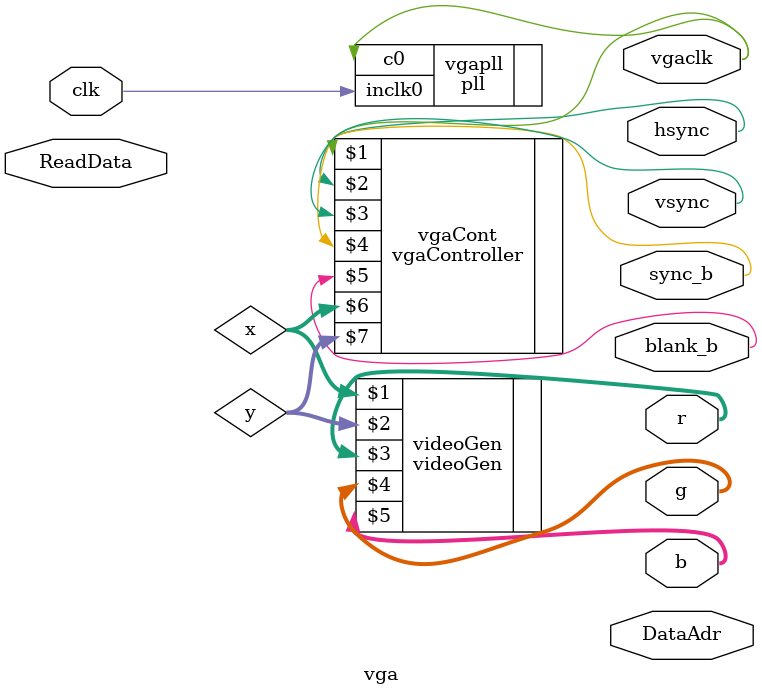
<source format=sv>
module vga(input logic clk,
input logic [31:0] ReadData,
output logic [31:0] DataAdr,
output logic vgaclk, // 25.175 MHz VGA clock
output logic hsync, vsync,
output logic sync_b, blank_b, // To monitor & DAC
output logic [7:0] r, g, b); // To video DAC
logic [9:0] x, y;
// Use a PLL to create the 25.175 MHz VGA pixel clock
// 25.175 MHz clk period = 39.772 ns
// Screen is 800 clocks wide by 525 tall, but only 640 x 480 used
// HSync = 1/(39.772 ns *800) = 31.470 kHz
// Vsync = 31.474 kHz / 525 = 59.94 Hz (~60 Hz refresh rate)
pll vgapll(.inclk0(clk), .c0(vgaclk));
// Generate monitor timing signals
vgaController vgaCont(vgaclk, hsync, vsync, sync_b, blank_b, x, y);
// User-defined module to determine pixel color
videoGen videoGen(x, y, r, g, b);
endmodule

</source>
